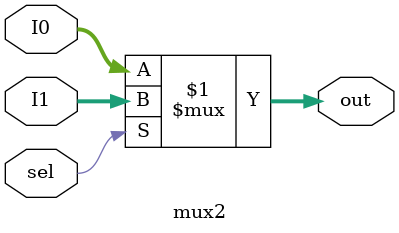
<source format=v>
`timescale 1ns / 1ps


module mux2(I0, I1, sel, out);
    parameter width = 12;
    
    input [width-1:0] I0, I1;
    input sel;
    output [width-1:0] out;
    
    assign out = (sel)?I1:I0;
endmodule

</source>
